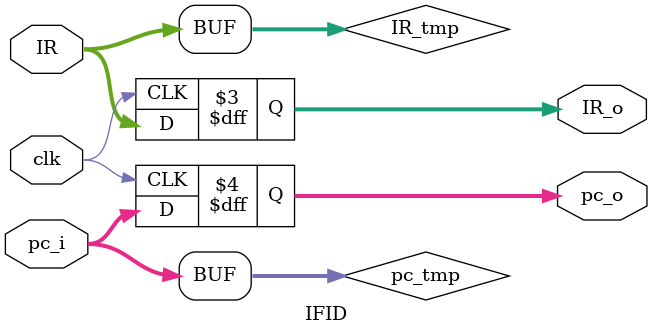
<source format=sv>

module IFID (
	input logic [31:0] IR,
	input logic [31:0] pc_i,
	input logic clk,
	
	output logic [31:0] IR_o,
	output logic [31:0] pc_o
	);	
reg [31:0] pc_tmp;
reg [31:0] IR_tmp;
always_comb
begin 
	pc_tmp = pc_i ;
	IR_tmp = IR ;
end
always_ff @(posedge clk)
begin 
	pc_o <= pc_tmp;
	IR_o <= IR_tmp;
end
endmodule

</source>
